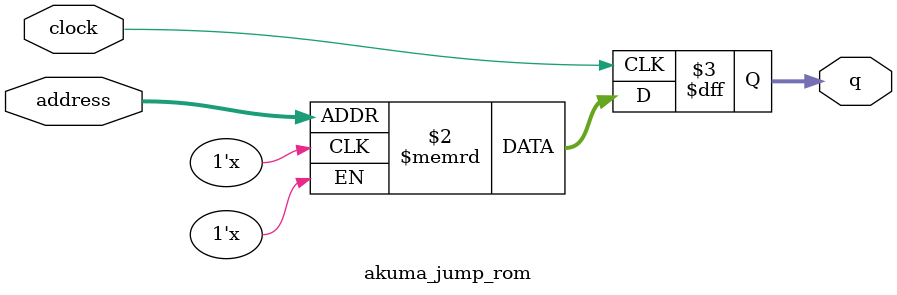
<source format=sv>
module akuma_jump_rom (
	input logic clock,
	input logic [12:0] address,
	output logic [3:0] q
);

logic [3:0] memory [0:5669] /* synthesis ram_init_file = "./akuma_jump/akuma_jump.mif" */;

always_ff @ (posedge clock) begin
	q <= memory[address];
end

endmodule

</source>
